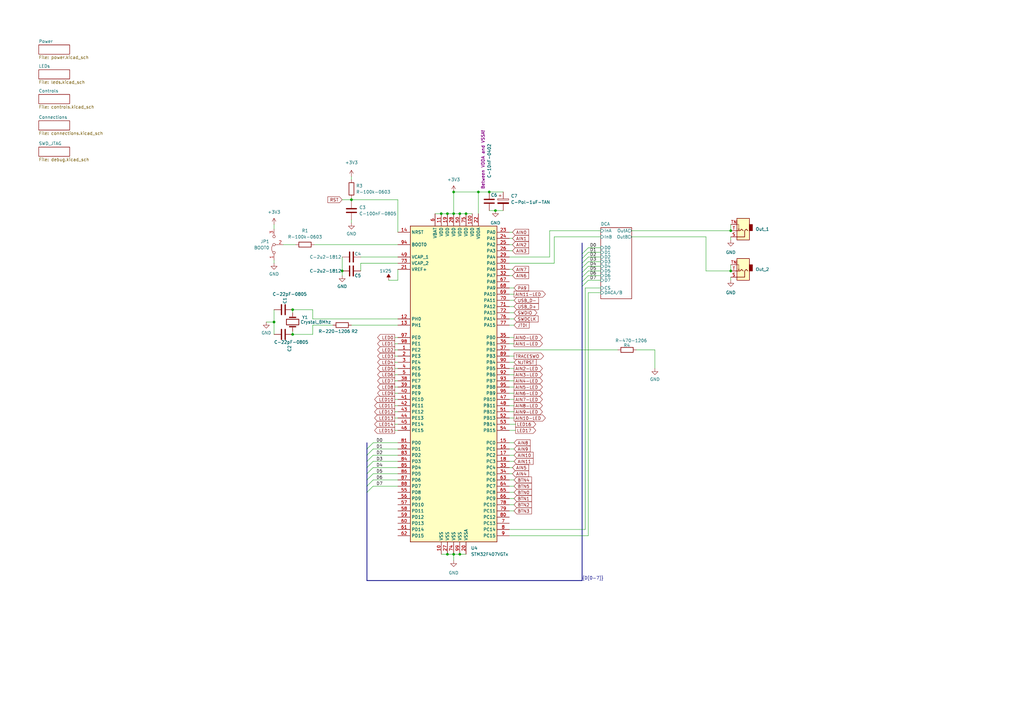
<source format=kicad_sch>
(kicad_sch (version 20211123) (generator eeschema)
  (paper "A3")
  (lib_symbols
    (symbol "Jumper:Jumper_3_Bridged12" (pin_names (offset 0) hide)
      (property "Reference" "JP" (at -2.54 -2.54 0))
      (property "Value" "Jumper_3_Bridged12" (at 0 2.794 0))
      (symbol "Jumper_3_Bridged12_0_0"
        (circle (center -3.302 0) (radius 0.508))
        (circle (center 0 0) (radius 0.508))
        (circle (center 3.302 0) (radius 0.508))
      )
      (symbol "Jumper_3_Bridged12_0_1"
        (arc (start -0.254 0.508) (mid -1.651 0.9912) (end -3.048 0.508))
        (polyline (pts (xy 0 -1.27) (xy 0 -0.508)))
      )
      (symbol "Jumper_3_Bridged12_1_1"
        (pin passive line (at -6.35 0 0) (length 2.54) (name "A") (number "1"))
        (pin passive line (at 0 -3.81 90) (length 2.54) (name "C") (number "2"))
        (pin passive line (at 6.35 0 180) (length 2.54) (name "B") (number "3"))
      )
    )
    (symbol "MCU_ST_STM32F4:STM32F407VGTx"
      (property "Reference" "U" (at -17.78 64.77 0))
      (property "Value" "STM32F407VGTx" (at 12.7 64.77 0))
      (symbol "STM32F407VGTx_0_1"
        (rectangle (start -17.78 -66.04) (end 17.78 63.5) (stroke (width 0.254)) (fill (type background)))
      )
      (symbol "STM32F407VGTx_1_1"
        (pin bidirectional line (at -22.86 12.7 0) (length 5.08) (name "PE2") (number "1"))
        (pin power_in line (at -5.08 -71.12 90) (length 5.08) (name "VSS") (number "10"))
        (pin power_in line (at 7.62 68.58 270) (length 5.08) (name "VDD") (number "100"))
        (pin power_in line (at -5.08 68.58 270) (length 5.08) (name "VDD") (number "11"))
        (pin input line (at -22.86 25.4 0) (length 5.08) (name "PH0") (number "12"))
        (pin input line (at -22.86 22.86 0) (length 5.08) (name "PH1") (number "13"))
        (pin input line (at -22.86 60.96 0) (length 5.08) (name "NRST") (number "14"))
        (pin bidirectional line (at 22.86 -25.4 180) (length 5.08) (name "PC0") (number "15"))
        (pin bidirectional line (at 22.86 -27.94 180) (length 5.08) (name "PC1") (number "16"))
        (pin bidirectional line (at 22.86 -30.48 180) (length 5.08) (name "PC2") (number "17"))
        (pin bidirectional line (at 22.86 -33.02 180) (length 5.08) (name "PC3") (number "18"))
        (pin power_in line (at -2.54 68.58 270) (length 5.08) (name "VDD") (number "19"))
        (pin bidirectional line (at -22.86 10.16 0) (length 5.08) (name "PE3") (number "2"))
        (pin power_in line (at 5.08 -71.12 90) (length 5.08) (name "VSSA") (number "20"))
        (pin power_in line (at -22.86 45.72 0) (length 5.08) (name "VREF+") (number "21"))
        (pin power_in line (at 10.16 68.58 270) (length 5.08) (name "VDDA") (number "22"))
        (pin bidirectional line (at 22.86 60.96 180) (length 5.08) (name "PA0") (number "23"))
        (pin bidirectional line (at 22.86 58.42 180) (length 5.08) (name "PA1") (number "24"))
        (pin bidirectional line (at 22.86 55.88 180) (length 5.08) (name "PA2") (number "25"))
        (pin bidirectional line (at 22.86 53.34 180) (length 5.08) (name "PA3") (number "26"))
        (pin power_in line (at -2.54 -71.12 90) (length 5.08) (name "VSS") (number "27"))
        (pin power_in line (at 0 68.58 270) (length 5.08) (name "VDD") (number "28"))
        (pin bidirectional line (at 22.86 50.8 180) (length 5.08) (name "PA4") (number "29"))
        (pin bidirectional line (at -22.86 7.62 0) (length 5.08) (name "PE4") (number "3"))
        (pin bidirectional line (at 22.86 48.26 180) (length 5.08) (name "PA5") (number "30"))
        (pin bidirectional line (at 22.86 45.72 180) (length 5.08) (name "PA6") (number "31"))
        (pin bidirectional line (at 22.86 43.18 180) (length 5.08) (name "PA7") (number "32"))
        (pin bidirectional line (at 22.86 -35.56 180) (length 5.08) (name "PC4") (number "33"))
        (pin bidirectional line (at 22.86 -38.1 180) (length 5.08) (name "PC5") (number "34"))
        (pin bidirectional line (at 22.86 17.78 180) (length 5.08) (name "PB0") (number "35"))
        (pin bidirectional line (at 22.86 15.24 180) (length 5.08) (name "PB1") (number "36"))
        (pin bidirectional line (at 22.86 12.7 180) (length 5.08) (name "PB2") (number "37"))
        (pin bidirectional line (at -22.86 0 0) (length 5.08) (name "PE7") (number "38"))
        (pin bidirectional line (at -22.86 -2.54 0) (length 5.08) (name "PE8") (number "39"))
        (pin bidirectional line (at -22.86 5.08 0) (length 5.08) (name "PE5") (number "4"))
        (pin bidirectional line (at -22.86 -5.08 0) (length 5.08) (name "PE9") (number "40"))
        (pin bidirectional line (at -22.86 -7.62 0) (length 5.08) (name "PE10") (number "41"))
        (pin bidirectional line (at -22.86 -10.16 0) (length 5.08) (name "PE11") (number "42"))
        (pin bidirectional line (at -22.86 -12.7 0) (length 5.08) (name "PE12") (number "43"))
        (pin bidirectional line (at -22.86 -15.24 0) (length 5.08) (name "PE13") (number "44"))
        (pin bidirectional line (at -22.86 -17.78 0) (length 5.08) (name "PE14") (number "45"))
        (pin bidirectional line (at -22.86 -20.32 0) (length 5.08) (name "PE15") (number "46"))
        (pin bidirectional line (at 22.86 -7.62 180) (length 5.08) (name "PB10") (number "47"))
        (pin bidirectional line (at 22.86 -10.16 180) (length 5.08) (name "PB11") (number "48"))
        (pin power_in line (at -22.86 50.8 0) (length 5.08) (name "VCAP_1") (number "49"))
        (pin bidirectional line (at -22.86 2.54 0) (length 5.08) (name "PE6") (number "5"))
        (pin power_in line (at 2.54 68.58 270) (length 5.08) (name "VDD") (number "50"))
        (pin bidirectional line (at 22.86 -12.7 180) (length 5.08) (name "PB12") (number "51"))
        (pin bidirectional line (at 22.86 -15.24 180) (length 5.08) (name "PB13") (number "52"))
        (pin bidirectional line (at 22.86 -17.78 180) (length 5.08) (name "PB14") (number "53"))
        (pin bidirectional line (at 22.86 -20.32 180) (length 5.08) (name "PB15") (number "54"))
        (pin bidirectional line (at -22.86 -45.72 0) (length 5.08) (name "PD8") (number "55"))
        (pin bidirectional line (at -22.86 -48.26 0) (length 5.08) (name "PD9") (number "56"))
        (pin bidirectional line (at -22.86 -50.8 0) (length 5.08) (name "PD10") (number "57"))
        (pin bidirectional line (at -22.86 -53.34 0) (length 5.08) (name "PD11") (number "58"))
        (pin bidirectional line (at -22.86 -55.88 0) (length 5.08) (name "PD12") (number "59"))
        (pin power_in line (at -7.62 68.58 270) (length 5.08) (name "VBAT") (number "6"))
        (pin bidirectional line (at -22.86 -58.42 0) (length 5.08) (name "PD13") (number "60"))
        (pin bidirectional line (at -22.86 -60.96 0) (length 5.08) (name "PD14") (number "61"))
        (pin bidirectional line (at -22.86 -63.5 0) (length 5.08) (name "PD15") (number "62"))
        (pin bidirectional line (at 22.86 -40.64 180) (length 5.08) (name "PC6") (number "63"))
        (pin bidirectional line (at 22.86 -43.18 180) (length 5.08) (name "PC7") (number "64"))
        (pin bidirectional line (at 22.86 -45.72 180) (length 5.08) (name "PC8") (number "65"))
        (pin bidirectional line (at 22.86 -48.26 180) (length 5.08) (name "PC9") (number "66"))
        (pin bidirectional line (at 22.86 40.64 180) (length 5.08) (name "PA8") (number "67"))
        (pin bidirectional line (at 22.86 38.1 180) (length 5.08) (name "PA9") (number "68"))
        (pin bidirectional line (at 22.86 35.56 180) (length 5.08) (name "PA10") (number "69"))
        (pin bidirectional line (at 22.86 -58.42 180) (length 5.08) (name "PC13") (number "7"))
        (pin bidirectional line (at 22.86 33.02 180) (length 5.08) (name "PA11") (number "70"))
        (pin bidirectional line (at 22.86 30.48 180) (length 5.08) (name "PA12") (number "71"))
        (pin bidirectional line (at 22.86 27.94 180) (length 5.08) (name "PA13") (number "72"))
        (pin power_in line (at -22.86 48.26 0) (length 5.08) (name "VCAP_2") (number "73"))
        (pin power_in line (at 0 -71.12 90) (length 5.08) (name "VSS") (number "74"))
        (pin power_in line (at 5.08 68.58 270) (length 5.08) (name "VDD") (number "75"))
        (pin bidirectional line (at 22.86 25.4 180) (length 5.08) (name "PA14") (number "76"))
        (pin bidirectional line (at 22.86 22.86 180) (length 5.08) (name "PA15") (number "77"))
        (pin bidirectional line (at 22.86 -50.8 180) (length 5.08) (name "PC10") (number "78"))
        (pin bidirectional line (at 22.86 -53.34 180) (length 5.08) (name "PC11") (number "79"))
        (pin bidirectional line (at 22.86 -60.96 180) (length 5.08) (name "PC14") (number "8"))
        (pin bidirectional line (at 22.86 -55.88 180) (length 5.08) (name "PC12") (number "80"))
        (pin bidirectional line (at -22.86 -25.4 0) (length 5.08) (name "PD0") (number "81"))
        (pin bidirectional line (at -22.86 -27.94 0) (length 5.08) (name "PD1") (number "82"))
        (pin bidirectional line (at -22.86 -30.48 0) (length 5.08) (name "PD2") (number "83"))
        (pin bidirectional line (at -22.86 -33.02 0) (length 5.08) (name "PD3") (number "84"))
        (pin bidirectional line (at -22.86 -35.56 0) (length 5.08) (name "PD4") (number "85"))
        (pin bidirectional line (at -22.86 -38.1 0) (length 5.08) (name "PD5") (number "86"))
        (pin bidirectional line (at -22.86 -40.64 0) (length 5.08) (name "PD6") (number "87"))
        (pin bidirectional line (at -22.86 -43.18 0) (length 5.08) (name "PD7") (number "88"))
        (pin bidirectional line (at 22.86 10.16 180) (length 5.08) (name "PB3") (number "89"))
        (pin bidirectional line (at 22.86 -63.5 180) (length 5.08) (name "PC15") (number "9"))
        (pin bidirectional line (at 22.86 7.62 180) (length 5.08) (name "PB4") (number "90"))
        (pin bidirectional line (at 22.86 5.08 180) (length 5.08) (name "PB5") (number "91"))
        (pin bidirectional line (at 22.86 2.54 180) (length 5.08) (name "PB6") (number "92"))
        (pin bidirectional line (at 22.86 0 180) (length 5.08) (name "PB7") (number "93"))
        (pin input line (at -22.86 55.88 0) (length 5.08) (name "BOOT0") (number "94"))
        (pin bidirectional line (at 22.86 -2.54 180) (length 5.08) (name "PB8") (number "95"))
        (pin bidirectional line (at 22.86 -5.08 180) (length 5.08) (name "PB9") (number "96"))
        (pin bidirectional line (at -22.86 17.78 0) (length 5.08) (name "PE0") (number "97"))
        (pin bidirectional line (at -22.86 15.24 0) (length 5.08) (name "PE1") (number "98"))
        (pin power_in line (at 2.54 -71.12 90) (length 5.08) (name "VSS") (number "99"))
      )
    )
    (symbol "eurorack:+2V048" (power) (pin_names (offset 0))
      (property "Value" "+2V048" (at 0 3.81 0))
      (symbol "+2V048_0_0"
        (pin power_in line (at 0 0 90) (length 0) hide (name "1V25") (number "1"))
      )
      (symbol "+2V048_0_1"
        (polyline (pts (xy 0 0) (xy 0 1.27) (xy 0.762 1.27) (xy 0 2.54) (xy -0.762 1.27) (xy 0 1.27)) (fill (type outline)))
      )
    )
    (symbol "eurorack:C-100nF-0805" (pin_numbers hide) (pin_names (offset 0.254))
      (property "Reference" "C" (at 0.635 2.54 0))
      (property "Value" "C-100nF-0805" (at 0.635 -2.54 0))
      (symbol "C-100nF-0805_0_1"
        (polyline (pts (xy -2.032 -0.762) (xy 2.032 -0.762)) (stroke (width 0.508)))
        (polyline (pts (xy -2.032 0.762) (xy 2.032 0.762)) (stroke (width 0.508)))
      )
      (symbol "C-100nF-0805_1_1"
        (pin passive line (at 0 3.81 270) (length 2.794) (name "~") (number "1"))
        (pin passive line (at 0 -3.81 90) (length 2.794) (name "~") (number "2"))
      )
    )
    (symbol "eurorack:C-10nF-0402" (pin_numbers hide) (pin_names (offset 0.254))
      (property "Reference" "C" (at 0.635 2.54 0))
      (property "Value" "C-10nF-0402" (at 0.635 -2.54 0))
      (symbol "C-10nF-0402_0_1"
        (polyline (pts (xy -2.032 -0.762) (xy 2.032 -0.762)) (stroke (width 0.508)))
        (polyline (pts (xy -2.032 0.762) (xy 2.032 0.762)) (stroke (width 0.508)))
      )
      (symbol "C-10nF-0402_1_1"
        (pin passive line (at 0 3.81 270) (length 2.794) (name "~") (number "1"))
        (pin passive line (at 0 -3.81 90) (length 2.794) (name "~") (number "2"))
      )
    )
    (symbol "eurorack:C-22pF-0805" (pin_numbers hide) (pin_names (offset 0.254))
      (property "Reference" "C" (at 0.635 2.54 0))
      (property "Value" "C-22pF-0805" (at 0.635 -2.54 0))
      (symbol "C-22pF-0805_0_1"
        (polyline (pts (xy -2.032 -0.762) (xy 2.032 -0.762)) (stroke (width 0.508)))
        (polyline (pts (xy -2.032 0.762) (xy 2.032 0.762)) (stroke (width 0.508)))
      )
      (symbol "C-22pF-0805_1_1"
        (pin passive line (at 0 3.81 270) (length 2.794) (name "~") (number "1"))
        (pin passive line (at 0 -3.81 90) (length 2.794) (name "~") (number "2"))
      )
    )
    (symbol "eurorack:C-2u2-0603" (pin_numbers hide) (pin_names (offset 0.254))
      (property "Reference" "C" (at 0.635 2.54 0))
      (property "Value" "C-2u2-0603" (at 0.635 -2.54 0))
      (symbol "C-2u2-0603_0_1"
        (polyline (pts (xy -2.032 -0.762) (xy 2.032 -0.762)) (stroke (width 0.508)))
        (polyline (pts (xy -2.032 0.762) (xy 2.032 0.762)) (stroke (width 0.508)))
      )
      (symbol "C-2u2-0603_1_1"
        (pin passive line (at 0 3.81 270) (length 2.794) (name "~") (number "1"))
        (pin passive line (at 0 -3.81 90) (length 2.794) (name "~") (number "2"))
      )
    )
    (symbol "eurorack:C-Pol-1uF-TAN" (pin_numbers hide) (pin_names (offset 0.254))
      (property "Reference" "C" (at 0.635 2.54 0))
      (property "Value" "C-Pol-1uF-TAN" (at 0.635 -2.54 0))
      (symbol "C-Pol-1uF-TAN_0_1"
        (rectangle (start -2.286 0.508) (end 2.286 1.016))
        (polyline (pts (xy -1.778 2.286) (xy -0.762 2.286)))
        (polyline (pts (xy -1.27 2.794) (xy -1.27 1.778)))
        (rectangle (start 2.286 -0.508) (end -2.286 -1.016) (fill (type outline)))
      )
      (symbol "C-Pol-1uF-TAN_1_1"
        (pin passive line (at 0 3.81 270) (length 2.794) (name "~") (number "1"))
        (pin passive line (at 0 -3.81 90) (length 2.794) (name "~") (number "2"))
      )
    )
    (symbol "eurorack:Crystal_8Mhz" (pin_numbers hide) (pin_names (offset 1.016) hide)
      (property "Reference" "Y" (at 0 3.81 0))
      (property "Value" "Crystal_8Mhz" (at 0 -3.81 0))
      (property "Footprint" "eurorack:HC49-4HSMX" (at 0 0 0))
      (symbol "Crystal_8Mhz_0_1"
        (rectangle (start -1.143 2.54) (end 1.143 -2.54) (stroke (width 0.3048)))
        (polyline (pts (xy -2.54 0) (xy -1.905 0)))
        (polyline (pts (xy -1.905 -1.27) (xy -1.905 1.27)) (stroke (width 0.508)))
        (polyline (pts (xy 1.905 -1.27) (xy 1.905 1.27)) (stroke (width 0.508)))
        (polyline (pts (xy 2.54 0) (xy 1.905 0)))
      )
      (symbol "Crystal_8Mhz_1_1"
        (pin passive line (at -3.81 0 0) (length 1.27) (name "1") (number "1"))
        (pin passive line (at 3.81 0 180) (length 1.27) (name "2") (number "2"))
      )
    )
    (symbol "eurorack:LUM-1502-03_3.5mm_mono_vertical_jack"
      (property "Reference" "U" (at 0 5.08 0))
      (property "Value" "LUM-1502-03_3.5mm_mono_vertical_jack" (at 0 5.08 0))
      (symbol "LUM-1502-03_3.5mm_mono_vertical_jack_0_1"
        (rectangle (start -2.54 -1.27) (end -3.81 -3.81) (stroke (width 0.254)) (fill (type outline)))
        (polyline (pts (xy 1.778 -1.524) (xy 2.032 -2.032)))
        (polyline (pts (xy 0 -1.27) (xy 0.635 -1.905) (xy 1.27 -1.27) (xy 2.54 -1.27)) (stroke (width 0.254)))
        (polyline (pts (xy 2.54 -3.81) (xy 1.778 -3.81) (xy 1.778 -1.524) (xy 1.524 -2.032)))
        (polyline (pts (xy 2.54 1.27) (xy -0.635 1.27) (xy -0.635 -1.27) (xy -1.27 -1.905) (xy -1.905 -1.27)) (stroke (width 0.254)))
        (rectangle (start 2.54 2.54) (end -2.54 -6.35) (stroke (width 0.254)) (fill (type background)))
      )
      (symbol "LUM-1502-03_3.5mm_mono_vertical_jack_1_1"
        (pin passive line (at 5.08 1.27 180) (length 2.54) (name "~") (number "S"))
        (pin passive line (at 5.08 -1.27 180) (length 2.54) (name "~") (number "T"))
        (pin passive line (at 5.08 -3.81 180) (length 2.54) (name "~") (number "TN"))
      )
    )
    (symbol "eurorack:R-100k-0603" (pin_numbers hide) (pin_names (offset 0))
      (property "Reference" "R" (at 2.032 0 90))
      (property "Value" "R-100k-0603" (at -2.54 0 90))
      (symbol "R-100k-0603_0_1"
        (rectangle (start -1.016 -2.54) (end 1.016 2.54) (stroke (width 0.254)))
      )
      (symbol "R-100k-0603_1_1"
        (pin passive line (at 0 3.81 270) (length 1.27) (name "~") (number "1"))
        (pin passive line (at 0 -3.81 90) (length 1.27) (name "~") (number "2"))
      )
    )
    (symbol "eurorack:R-220-1206" (pin_numbers hide) (pin_names (offset 0))
      (property "Reference" "R" (at 2.032 0 90))
      (property "Value" "R-220-1206" (at -2.54 0 90))
      (property "P" "1/4W" (at 0 0 0))
      (symbol "R-220-1206_0_1"
        (rectangle (start -1.016 -2.54) (end 1.016 2.54) (stroke (width 0.254)))
      )
      (symbol "R-220-1206_1_1"
        (pin passive line (at 0 3.81 270) (length 1.27) (name "~") (number "1"))
        (pin passive line (at 0 -3.81 90) (length 1.27) (name "~") (number "2"))
      )
    )
    (symbol "eurorack:R-470-1206" (pin_numbers hide) (pin_names (offset 0))
      (property "Reference" "R" (at 2.032 0 90))
      (property "Value" "R-470-1206" (at -2.54 0 90))
      (symbol "R-470-1206_0_1"
        (rectangle (start -1.016 -2.54) (end 1.016 2.54) (stroke (width 0.254)))
      )
      (symbol "R-470-1206_1_1"
        (pin passive line (at 0 3.81 270) (length 1.27) (name "~") (number "1"))
        (pin passive line (at 0 -3.81 90) (length 1.27) (name "~") (number "2"))
      )
    )
    (symbol "power:+3V3" (power) (pin_names (offset 0))
      (property "Value" "+3V3" (at 0 3.556 0))
      (symbol "+3V3_0_1"
        (polyline (pts (xy -0.762 1.27) (xy 0 2.54)))
        (polyline (pts (xy 0 0) (xy 0 2.54)))
        (polyline (pts (xy 0 2.54) (xy 0.762 1.27)))
      )
      (symbol "+3V3_1_1"
        (pin power_in line (at 0 0 90) (length 0) hide (name "+3V3") (number "1"))
      )
    )
    (symbol "power:GND" (power) (pin_names (offset 0))
      (property "Value" "GND" (at 0 -3.81 0))
      (symbol "GND_0_1"
        (polyline (pts (xy 0 0) (xy 0 -1.27) (xy 1.27 -1.27) (xy 0 -2.54) (xy -1.27 -1.27) (xy 0 -1.27)))
      )
      (symbol "GND_1_1"
        (pin power_in line (at 0 0 270) (length 0) hide (name "GND") (number "1"))
      )
    )
  )
  (junction (at 186.055 87.63))
  (junction (at 120.015 137.16))
  (junction (at 120.015 127))
  (junction (at 186.055 78.74))
  (junction (at 203.2 86.36))
  (junction (at 140.335 111.125))
  (junction (at 299.72 111.125))
  (junction (at 299.72 94.615))
  (junction (at 196.215 78.74))
  (junction (at 112.395 132.08))
  (junction (at 183.515 87.63))
  (junction (at 180.975 87.63))
  (junction (at 186.055 227.33))
  (junction (at 144.145 81.915))
  (junction (at 188.595 227.33))
  (junction (at 200.66 78.74))
  (junction (at 183.515 227.33))
  (junction (at 188.595 87.63))
  (junction (at 191.135 87.63))
  (bus_entry (at 150.495 201.93) (size 2.54 -2.54))
  (bus_entry (at 150.495 184.15) (size 2.54 -2.54))
  (bus_entry (at 150.495 186.69) (size 2.54 -2.54))
  (bus_entry (at 150.495 189.23) (size 2.54 -2.54))
  (bus_entry (at 150.495 191.77) (size 2.54 -2.54))
  (bus_entry (at 150.495 194.31) (size 2.54 -2.54))
  (bus_entry (at 150.495 196.85) (size 2.54 -2.54))
  (bus_entry (at 150.495 199.39) (size 2.54 -2.54))
  (bus_entry (at 238.76 104.14) (size 2.54 -2.54))
  (bus_entry (at 238.76 109.855) (size 2.54 -2.54))
  (bus_entry (at 238.76 111.76) (size 2.54 -2.54))
  (bus_entry (at 238.76 113.665) (size 2.54 -2.54))
  (bus_entry (at 238.76 115.57) (size 2.54 -2.54))
  (bus_entry (at 238.76 117.475) (size 2.54 -2.54))
  (bus_entry (at 238.76 106.045) (size 2.54 -2.54))
  (bus_entry (at 238.76 107.95) (size 2.54 -2.54))
  (wire (pts (xy 112.395 92.075) (xy 112.395 93.98)))
  (wire (pts (xy 241.3 107.315) (xy 246.38 107.315)))
  (wire (pts (xy 180.975 87.63) (xy 183.515 87.63)))
  (wire (pts (xy 241.3 219.71) (xy 208.915 219.71)))
  (wire (pts (xy 128.905 100.33) (xy 163.195 100.33)))
  (wire (pts (xy 241.3 120.015) (xy 241.3 219.71)))
  (wire (pts (xy 161.925 158.75) (xy 163.195 158.75)))
  (wire (pts (xy 161.925 173.99) (xy 163.195 173.99)))
  (wire (pts (xy 241.3 111.125) (xy 246.38 111.125)))
  (wire (pts (xy 208.915 133.35) (xy 210.82 133.35)))
  (wire (pts (xy 208.915 189.23) (xy 210.82 189.23)))
  (wire (pts (xy 241.3 103.505) (xy 246.38 103.505)))
  (wire (pts (xy 240.03 118.11) (xy 246.38 118.11)))
  (bus (pts (xy 150.495 189.23) (xy 150.495 191.77)))
  (wire (pts (xy 144.145 81.28) (xy 144.145 81.915)))
  (wire (pts (xy 246.38 120.015) (xy 241.3 120.015)))
  (bus (pts (xy 238.76 107.95) (xy 238.76 109.855)))
  (wire (pts (xy 191.135 87.63) (xy 193.675 87.63)))
  (wire (pts (xy 241.3 113.03) (xy 246.38 113.03)))
  (wire (pts (xy 203.2 86.36) (xy 206.375 86.36)))
  (wire (pts (xy 140.335 105.41) (xy 140.335 111.125)))
  (wire (pts (xy 208.915 194.31) (xy 210.185 194.31)))
  (wire (pts (xy 161.925 176.53) (xy 163.195 176.53)))
  (wire (pts (xy 208.915 138.43) (xy 210.82 138.43)))
  (wire (pts (xy 161.925 153.67) (xy 163.195 153.67)))
  (wire (pts (xy 208.915 120.65) (xy 210.82 120.65)))
  (wire (pts (xy 153.035 181.61) (xy 163.195 181.61)))
  (wire (pts (xy 161.925 151.13) (xy 163.195 151.13)))
  (wire (pts (xy 161.925 138.43) (xy 163.195 138.43)))
  (wire (pts (xy 208.915 130.81) (xy 210.82 130.81)))
  (bus (pts (xy 238.76 117.475) (xy 238.76 238.125)))
  (wire (pts (xy 120.015 137.16) (xy 128.27 137.16)))
  (wire (pts (xy 161.925 166.37) (xy 163.195 166.37)))
  (wire (pts (xy 208.915 146.05) (xy 210.82 146.05)))
  (wire (pts (xy 208.915 196.85) (xy 210.82 196.85)))
  (wire (pts (xy 196.215 78.74) (xy 196.215 87.63)))
  (wire (pts (xy 153.035 186.69) (xy 163.195 186.69)))
  (wire (pts (xy 196.215 78.74) (xy 200.66 78.74)))
  (wire (pts (xy 153.035 196.85) (xy 163.195 196.85)))
  (wire (pts (xy 161.925 148.59) (xy 163.195 148.59)))
  (wire (pts (xy 144.145 133.35) (xy 163.195 133.35)))
  (wire (pts (xy 208.915 217.17) (xy 240.03 217.17)))
  (wire (pts (xy 240.03 217.17) (xy 240.03 118.11)))
  (wire (pts (xy 268.605 143.51) (xy 268.605 151.13)))
  (wire (pts (xy 208.915 151.13) (xy 210.82 151.13)))
  (wire (pts (xy 208.915 161.29) (xy 210.82 161.29)))
  (wire (pts (xy 183.515 227.33) (xy 186.055 227.33)))
  (wire (pts (xy 153.035 191.77) (xy 163.195 191.77)))
  (wire (pts (xy 153.035 199.39) (xy 163.195 199.39)))
  (bus (pts (xy 238.76 99.695) (xy 238.76 104.14)))
  (wire (pts (xy 186.055 227.33) (xy 186.055 229.87)))
  (wire (pts (xy 299.72 108.585) (xy 299.72 111.125)))
  (wire (pts (xy 180.975 227.33) (xy 183.515 227.33)))
  (wire (pts (xy 289.56 97.155) (xy 289.56 111.125)))
  (wire (pts (xy 208.915 158.75) (xy 210.82 158.75)))
  (wire (pts (xy 147.955 111.125) (xy 147.955 107.95)))
  (wire (pts (xy 161.925 163.83) (xy 163.195 163.83)))
  (wire (pts (xy 208.915 140.97) (xy 210.82 140.97)))
  (wire (pts (xy 208.915 181.61) (xy 210.82 181.61)))
  (wire (pts (xy 208.915 113.03) (xy 210.185 113.03)))
  (wire (pts (xy 161.925 140.97) (xy 163.195 140.97)))
  (wire (pts (xy 116.205 100.33) (xy 121.285 100.33)))
  (wire (pts (xy 153.035 194.31) (xy 163.195 194.31)))
  (wire (pts (xy 208.915 148.59) (xy 210.82 148.59)))
  (wire (pts (xy 120.015 127) (xy 120.015 128.27)))
  (wire (pts (xy 208.915 125.73) (xy 210.82 125.73)))
  (wire (pts (xy 163.195 81.915) (xy 163.195 95.25)))
  (wire (pts (xy 140.335 81.915) (xy 144.145 81.915)))
  (wire (pts (xy 112.395 132.08) (xy 112.395 137.16)))
  (wire (pts (xy 200.66 78.74) (xy 206.375 78.74)))
  (wire (pts (xy 208.915 95.25) (xy 210.185 95.25)))
  (wire (pts (xy 188.595 227.33) (xy 191.135 227.33)))
  (bus (pts (xy 238.76 106.045) (xy 238.76 107.95)))
  (wire (pts (xy 241.3 101.6) (xy 246.38 101.6)))
  (wire (pts (xy 186.055 78.74) (xy 186.055 87.63)))
  (bus (pts (xy 238.76 104.14) (xy 238.76 106.045)))
  (bus (pts (xy 150.495 186.69) (xy 150.495 189.23)))
  (wire (pts (xy 153.035 189.23) (xy 163.195 189.23)))
  (wire (pts (xy 208.915 118.11) (xy 210.82 118.11)))
  (wire (pts (xy 227.33 97.155) (xy 246.38 97.155)))
  (wire (pts (xy 144.145 81.915) (xy 163.195 81.915)))
  (wire (pts (xy 208.915 204.47) (xy 210.82 204.47)))
  (wire (pts (xy 112.395 106.68) (xy 112.395 107.95)))
  (wire (pts (xy 208.915 143.51) (xy 253.365 143.51)))
  (wire (pts (xy 208.915 184.15) (xy 210.82 184.15)))
  (bus (pts (xy 238.76 109.855) (xy 238.76 111.76)))
  (wire (pts (xy 208.915 176.53) (xy 211.455 176.53)))
  (wire (pts (xy 208.915 153.67) (xy 210.82 153.67)))
  (bus (pts (xy 238.76 115.57) (xy 238.76 117.475)))
  (wire (pts (xy 144.145 72.39) (xy 144.145 73.66)))
  (wire (pts (xy 299.72 97.155) (xy 299.72 98.425)))
  (wire (pts (xy 161.925 156.21) (xy 163.195 156.21)))
  (wire (pts (xy 225.425 94.615) (xy 246.38 94.615)))
  (bus (pts (xy 150.495 238.125) (xy 238.76 238.125)))
  (wire (pts (xy 208.915 209.55) (xy 210.82 209.55)))
  (wire (pts (xy 260.985 143.51) (xy 268.605 143.51)))
  (wire (pts (xy 161.925 146.05) (xy 163.195 146.05)))
  (wire (pts (xy 147.955 107.95) (xy 163.195 107.95)))
  (bus (pts (xy 150.495 194.31) (xy 150.495 196.85)))
  (wire (pts (xy 299.72 113.665) (xy 299.72 114.935)))
  (wire (pts (xy 208.915 110.49) (xy 210.185 110.49)))
  (wire (pts (xy 147.955 105.41) (xy 163.195 105.41)))
  (wire (pts (xy 128.27 130.81) (xy 128.27 127)))
  (wire (pts (xy 227.33 107.95) (xy 227.33 97.155)))
  (wire (pts (xy 208.915 128.27) (xy 210.82 128.27)))
  (wire (pts (xy 208.915 105.41) (xy 225.425 105.41)))
  (wire (pts (xy 259.08 94.615) (xy 299.72 94.615)))
  (wire (pts (xy 163.195 114.935) (xy 163.195 110.49)))
  (wire (pts (xy 112.395 127) (xy 112.395 132.08)))
  (bus (pts (xy 150.495 191.77) (xy 150.495 194.31)))
  (wire (pts (xy 208.915 100.33) (xy 210.185 100.33)))
  (wire (pts (xy 208.915 97.79) (xy 210.185 97.79)))
  (wire (pts (xy 128.27 133.35) (xy 136.525 133.35)))
  (wire (pts (xy 208.915 168.91) (xy 210.82 168.91)))
  (wire (pts (xy 208.915 173.99) (xy 211.455 173.99)))
  (wire (pts (xy 186.055 227.33) (xy 188.595 227.33)))
  (wire (pts (xy 161.925 143.51) (xy 163.195 143.51)))
  (bus (pts (xy 150.495 201.93) (xy 150.495 238.125)))
  (wire (pts (xy 208.915 171.45) (xy 210.82 171.45)))
  (wire (pts (xy 109.22 132.08) (xy 112.395 132.08)))
  (wire (pts (xy 241.3 114.935) (xy 246.38 114.935)))
  (wire (pts (xy 144.145 81.915) (xy 144.145 82.55)))
  (wire (pts (xy 225.425 105.41) (xy 225.425 94.615)))
  (wire (pts (xy 153.035 184.15) (xy 163.195 184.15)))
  (wire (pts (xy 178.435 87.63) (xy 180.975 87.63)))
  (bus (pts (xy 238.76 111.76) (xy 238.76 113.665)))
  (bus (pts (xy 150.495 199.39) (xy 150.495 201.93)))
  (wire (pts (xy 259.08 97.155) (xy 289.56 97.155)))
  (wire (pts (xy 208.915 201.93) (xy 210.82 201.93)))
  (wire (pts (xy 140.335 113.03) (xy 140.335 111.125)))
  (wire (pts (xy 186.055 87.63) (xy 188.595 87.63)))
  (wire (pts (xy 161.925 161.29) (xy 163.195 161.29)))
  (wire (pts (xy 128.27 130.81) (xy 163.195 130.81)))
  (wire (pts (xy 208.915 163.83) (xy 210.82 163.83)))
  (bus (pts (xy 238.76 113.665) (xy 238.76 115.57)))
  (bus (pts (xy 150.495 184.15) (xy 150.495 186.69)))
  (wire (pts (xy 208.915 166.37) (xy 210.82 166.37)))
  (wire (pts (xy 186.055 78.74) (xy 196.215 78.74)))
  (wire (pts (xy 241.3 109.22) (xy 246.38 109.22)))
  (wire (pts (xy 120.015 135.89) (xy 120.015 137.16)))
  (wire (pts (xy 208.915 156.21) (xy 210.82 156.21)))
  (wire (pts (xy 200.66 86.36) (xy 203.2 86.36)))
  (wire (pts (xy 208.915 102.87) (xy 210.185 102.87)))
  (wire (pts (xy 144.145 90.17) (xy 144.145 91.44)))
  (wire (pts (xy 299.72 111.125) (xy 289.56 111.125)))
  (wire (pts (xy 208.915 191.77) (xy 210.185 191.77)))
  (wire (pts (xy 208.915 186.69) (xy 210.82 186.69)))
  (wire (pts (xy 208.915 207.01) (xy 210.82 207.01)))
  (wire (pts (xy 188.595 87.63) (xy 191.135 87.63)))
  (wire (pts (xy 120.015 127) (xy 128.27 127)))
  (wire (pts (xy 159.385 114.935) (xy 163.195 114.935)))
  (wire (pts (xy 161.925 171.45) (xy 163.195 171.45)))
  (wire (pts (xy 161.925 168.91) (xy 163.195 168.91)))
  (wire (pts (xy 299.72 92.075) (xy 299.72 94.615)))
  (bus (pts (xy 150.495 196.85) (xy 150.495 199.39)))
  (bus (pts (xy 150.495 181.61) (xy 150.495 184.15)))
  (wire (pts (xy 241.3 105.41) (xy 246.38 105.41)))
  (wire (pts (xy 208.915 199.39) (xy 210.82 199.39)))
  (wire (pts (xy 183.515 87.63) (xy 186.055 87.63)))
  (wire (pts (xy 128.27 133.35) (xy 128.27 137.16)))
  (wire (pts (xy 208.915 123.19) (xy 210.82 123.19)))
  (wire (pts (xy 208.915 107.95) (xy 227.33 107.95)))
  (label "D0" (at 241.935 101.6 0))
  (label "D1" (at 241.935 103.505 0))
  (label "D5" (at 154.305 194.31 0))
  (label "D4" (at 241.935 109.22 0))
  (label "D3" (at 154.305 189.23 0))
  (label "D4" (at 154.305 191.77 0))
  (label "D7" (at 154.305 199.39 0))
  (label "D1" (at 154.305 184.15 0))
  (label "{D[0-7]}" (at 238.76 238.125 0))
  (label "D2" (at 241.935 105.41 0))
  (label "D3" (at 241.935 107.315 0))
  (label "D6" (at 241.935 113.03 0))
  (label "D7" (at 241.935 114.935 0))
  (label "D5" (at 241.935 111.125 0))
  (label "D2" (at 154.305 186.69 0))
  (label "D0" (at 154.305 181.61 0))
  (label "D6" (at 154.305 196.85 0))
  (global_label "LED16" (shape output) (at 211.455 173.99 0) (property "Intersheet References" "${INTERSHEET_REFS}" (effects hide)))
  (global_label "USB_D+" (shape input) (at 210.82 125.73 0) (property "Intersheet References" "${INTERSHEET_REFS}" (effects hide)))
  (global_label "LED0" (shape output) (at 161.925 138.43 180) (property "Intersheet References" "${INTERSHEET_REFS}" (effects hide)))
  (global_label "LED8" (shape output) (at 161.925 158.75 180) (property "Intersheet References" "${INTERSHEET_REFS}" (effects hide)))
  (global_label "LED3" (shape output) (at 161.925 146.05 180) (property "Intersheet References" "${INTERSHEET_REFS}" (effects hide)))
  (global_label "AIN5-LED" (shape output) (at 210.82 158.75 0) (property "Intersheet References" "${INTERSHEET_REFS}" (effects hide)))
  (global_label "AIN7" (shape input) (at 210.185 110.49 0) (property "Intersheet References" "${INTERSHEET_REFS}" (effects hide)))
  (global_label "LED6" (shape output) (at 161.925 153.67 180) (property "Intersheet References" "${INTERSHEET_REFS}" (effects hide)))
  (global_label "AIN1" (shape input) (at 210.185 97.79 0) (property "Intersheet References" "${INTERSHEET_REFS}" (effects hide)))
  (global_label "NJTRST" (shape input) (at 210.82 148.59 0) (property "Intersheet References" "${INTERSHEET_REFS}" (effects hide)))
  (global_label "AIN6" (shape input) (at 210.185 113.03 0) (property "Intersheet References" "${INTERSHEET_REFS}" (effects hide)))
  (global_label "JTDI" (shape input) (at 210.82 133.35 0) (property "Intersheet References" "${INTERSHEET_REFS}" (effects hide)))
  (global_label "BTN0" (shape input) (at 210.82 201.93 0) (property "Intersheet References" "${INTERSHEET_REFS}" (effects hide)))
  (global_label "BTN1" (shape input) (at 210.82 204.47 0) (property "Intersheet References" "${INTERSHEET_REFS}" (effects hide)))
  (global_label "LED2" (shape output) (at 161.925 143.51 180) (property "Intersheet References" "${INTERSHEET_REFS}" (effects hide)))
  (global_label "AIN8-LED" (shape output) (at 210.82 166.37 0) (property "Intersheet References" "${INTERSHEET_REFS}" (effects hide)))
  (global_label "AIN5" (shape input) (at 210.185 191.77 0) (property "Intersheet References" "${INTERSHEET_REFS}" (effects hide)))
  (global_label "LED7" (shape output) (at 161.925 156.21 180) (property "Intersheet References" "${INTERSHEET_REFS}" (effects hide)))
  (global_label "AIN9" (shape input) (at 210.82 184.15 0) (property "Intersheet References" "${INTERSHEET_REFS}" (effects hide)))
  (global_label "LED10" (shape output) (at 161.925 163.83 180) (property "Intersheet References" "${INTERSHEET_REFS}" (effects hide)))
  (global_label "PA9" (shape input) (at 210.82 118.11 0) (property "Intersheet References" "${INTERSHEET_REFS}" (effects hide)))
  (global_label "BTN4" (shape input) (at 210.82 196.85 0) (property "Intersheet References" "${INTERSHEET_REFS}" (effects hide)))
  (global_label "AIN8" (shape input) (at 210.82 181.61 0) (property "Intersheet References" "${INTERSHEET_REFS}" (effects hide)))
  (global_label "LED13" (shape output) (at 161.925 171.45 180) (property "Intersheet References" "${INTERSHEET_REFS}" (effects hide)))
  (global_label "RST" (shape input) (at 140.335 81.915 180) (property "Intersheet References" "${INTERSHEET_REFS}" (effects hide)))
  (global_label "USB_D-" (shape input) (at 210.82 123.19 0) (property "Intersheet References" "${INTERSHEET_REFS}" (effects hide)))
  (global_label "AIN0-LED" (shape output) (at 210.82 138.43 0) (property "Intersheet References" "${INTERSHEET_REFS}" (effects hide)))
  (global_label "AIN10" (shape input) (at 210.82 186.69 0) (property "Intersheet References" "${INTERSHEET_REFS}" (effects hide)))
  (global_label "LED15" (shape output) (at 161.925 176.53 180) (property "Intersheet References" "${INTERSHEET_REFS}" (effects hide)))
  (global_label "AIN4" (shape input) (at 210.185 194.31 0) (property "Intersheet References" "${INTERSHEET_REFS}" (effects hide)))
  (global_label "AIN1-LED" (shape output) (at 210.82 140.97 0) (property "Intersheet References" "${INTERSHEET_REFS}" (effects hide)))
  (global_label "AIN3-LED" (shape output) (at 210.82 153.67 0) (property "Intersheet References" "${INTERSHEET_REFS}" (effects hide)))
  (global_label "LED14" (shape output) (at 161.925 173.99 180) (property "Intersheet References" "${INTERSHEET_REFS}" (effects hide)))
  (global_label "BTN3" (shape input) (at 210.82 209.55 0) (property "Intersheet References" "${INTERSHEET_REFS}" (effects hide)))
  (global_label "LED9" (shape output) (at 161.925 161.29 180) (property "Intersheet References" "${INTERSHEET_REFS}" (effects hide)))
  (global_label "AIN0" (shape input) (at 210.185 95.25 0) (property "Intersheet References" "${INTERSHEET_REFS}" (effects hide)))
  (global_label "AIN9-LED" (shape output) (at 210.82 168.91 0) (property "Intersheet References" "${INTERSHEET_REFS}" (effects hide)))
  (global_label "TRACESWO" (shape output) (at 210.82 146.05 0) (property "Intersheet References" "${INTERSHEET_REFS}" (effects hide)))
  (global_label "AIN6-LED" (shape output) (at 210.82 161.29 0) (property "Intersheet References" "${INTERSHEET_REFS}" (effects hide)))
  (global_label "AIN7-LED" (shape output) (at 210.82 163.83 0) (property "Intersheet References" "${INTERSHEET_REFS}" (effects hide)))
  (global_label "AIN11-LED" (shape output) (at 210.82 120.65 0) (property "Intersheet References" "${INTERSHEET_REFS}" (effects hide)))
  (global_label "LED1" (shape output) (at 161.925 140.97 180) (property "Intersheet References" "${INTERSHEET_REFS}" (effects hide)))
  (global_label "LED4" (shape output) (at 161.925 148.59 180) (property "Intersheet References" "${INTERSHEET_REFS}" (effects hide)))
  (global_label "LED11" (shape output) (at 161.925 166.37 180) (property "Intersheet References" "${INTERSHEET_REFS}" (effects hide)))
  (global_label "AIN11" (shape input) (at 210.82 189.23 0) (property "Intersheet References" "${INTERSHEET_REFS}" (effects hide)))
  (global_label "AIN2" (shape input) (at 210.185 100.33 0) (property "Intersheet References" "${INTERSHEET_REFS}" (effects hide)))
  (global_label "LED12" (shape output) (at 161.925 168.91 180) (property "Intersheet References" "${INTERSHEET_REFS}" (effects hide)))
  (global_label "AIN3" (shape input) (at 210.185 102.87 0) (property "Intersheet References" "${INTERSHEET_REFS}" (effects hide)))
  (global_label "SWDCLK" (shape input) (at 210.82 130.81 0) (property "Intersheet References" "${INTERSHEET_REFS}" (effects hide)))
  (global_label "AIN4-LED" (shape output) (at 210.82 156.21 0) (property "Intersheet References" "${INTERSHEET_REFS}" (effects hide)))
  (global_label "BTN2" (shape input) (at 210.82 207.01 0) (property "Intersheet References" "${INTERSHEET_REFS}" (effects hide)))
  (global_label "LED17" (shape output) (at 211.455 176.53 0) (property "Intersheet References" "${INTERSHEET_REFS}" (effects hide)))
  (global_label "BTN5" (shape input) (at 210.82 199.39 0) (property "Intersheet References" "${INTERSHEET_REFS}" (effects hide)))
  (global_label "SWDIO" (shape bidirectional) (at 210.82 128.27 0) (property "Intersheet References" "${INTERSHEET_REFS}" (effects hide)))
  (global_label "AIN10-LED" (shape output) (at 210.82 171.45 0) (property "Intersheet References" "${INTERSHEET_REFS}" (effects hide)))
  (global_label "AIN2-LED" (shape output) (at 210.82 151.13 0) (property "Intersheet References" "${INTERSHEET_REFS}" (effects hide)))
  (global_label "LED5" (shape output) (at 161.925 151.13 180) (property "Intersheet References" "${INTERSHEET_REFS}" (effects hide)))
  (symbol (lib_id "eurorack:C-100nF-0805") (at 144.145 86.36 0) (unit 1)
    (property "Reference" "C3" (at 147.32 85.0899 0) (effects (justify left)))
    (property "Value" "C-100nF-0805" (at 147.32 87.6299 0) (effects (justify left)))
    (property "Footprint" "Capacitor_SMD:C_0805_2012Metric_Pad1.18x1.45mm_HandSolder" (effects hide))
    (property "Datasheet" "https://secure.reichelt.com/at/en/smd-multilayer-ceramic-capacitor-100-n-10--x7r-g0805-100n-p31879.html?&nbc=1" (effects hide))
  )
  (symbol (lib_id "eurorack:R-100k-0603") (at 125.095 100.33 90) (unit 1)
    (property "Reference" "R1" (at 125.095 94.615 90))
    (property "Value" "R-100k-0603" (at 125.095 97.155 90))
    (property "Footprint" "Resistor_SMD:R_0603_1608Metric" (effects hide))
    (property "Datasheet" "https://www.reichelt.com/at/en/smd-chip-resistor-0603-100-k-ohm-1--smd-0603-100k-p89454.html?&trstct=pos_2&nbc=1" (effects hide))
    (property "P" "100mW" (effects hide))
    (property "Prec" "1%" (effects hide))
  )
  (symbol (lib_id "power:GND") (at 144.145 91.44 0) (unit 1)
    (property "Reference" "#PWR06" (effects hide))
    (property "Value" "GND" (at 144.145 95.885 0))
  )
  (symbol (lib_id "eurorack:R-100k-0603") (at 144.145 77.47 0) (unit 1)
    (property "Reference" "R3" (at 146.05 76.1999 0) (effects (justify left)))
    (property "Value" "R-100k-0603" (at 146.05 78.7399 0) (effects (justify left)))
    (property "Footprint" "Resistor_SMD:R_0603_1608Metric" (effects hide))
    (property "Datasheet" "https://www.reichelt.com/at/en/smd-chip-resistor-0603-100-k-ohm-1--smd-0603-100k-p89454.html?&trstct=pos_2&nbc=1" (effects hide))
    (property "P" "100mW" (effects hide))
    (property "Prec" "1%" (effects hide))
  )
  (symbol (lib_id "power:GND") (at 112.395 107.95 0) (unit 1)
    (property "Reference" "#PWR03" (effects hide))
    (property "Value" "GND" (at 112.395 112.395 0))
  )
  (symbol (lib_id "eurorack:C-10nF-0402") (at 200.66 82.55 0) (unit 1)
    (property "Reference" "C6" (at 201.295 80.01 0) (effects (justify left)))
    (property "Value" "C-10nF-0402" (at 200.66 73.025 90) (effects (justify left)))
    (property "Footprint" "Capacitor_SMD:C_0402_1005Metric" (effects hide))
    (property "Datasheet" "https://secure.reichelt.com/at/en/smd-capacitor-10-nf-50-vdc-v-10-125-c-mur-grm155r71h10-p246843.html?&trstct=pos_5&nbc=1" (effects hide))
    (property "Note" "Between VDDA and VSSA!" (at 198.12 65.405 90))
  )
  (symbol (lib_id "eurorack:C-2u2-0603") (at 144.145 111.125 270) (unit 1)
    (property "Reference" "C5" (at 145.415 113.03 90) (effects (justify left)))
    (property "Value" "C-2u2-1812" (at 127 111.125 90) (effects (justify left)))
    (property "Footprint" "Capacitor_SMD:C_0603_1608Metric" (effects hide))
    (property "Datasheet" "https://www.reichelt.com/at/en/smd-multilayer-capacitor-g0603-2-2-f-10-v-x7r-g0603-2-2-10-p89723.html?&trstct=pos_5&nbc=1" (effects hide))
  )
  (symbol (lib_id "eurorack:+2V048") (at 159.385 114.935 0) (unit 1)
    (property "Reference" "#PWR07" (effects hide))
    (property "Value" "+2V048" (at 158.115 111.125 0))
  )
  (symbol (lib_id "MCU_ST_STM32F4:STM32F407VGTx") (at 186.055 156.21 0) (unit 1)
    (property "Reference" "U4" (at 193.1544 224.79 0) (effects (justify left)))
    (property "Value" "STM32F407VGTx" (at 193.1544 227.33 0) (effects (justify left)))
    (property "Footprint" "Package_QFP:LQFP-100_14x14mm_P0.5mm" (effects hide))
    (property "Datasheet" "http://www.st.com/st-web-ui/static/active/en/resource/technical/document/datasheet/DM00037051.pdf" (effects hide))
  )
  (symbol (lib_id "power:GND") (at 186.055 229.87 0) (unit 1)
    (property "Reference" "#PWR09" (effects hide))
    (property "Value" "GND" (at 186.055 234.95 0))
  )
  (symbol (lib_id "Jumper:Jumper_3_Bridged12") (at 112.395 100.33 90) (unit 1)
    (property "Reference" "JP1" (at 110.49 99.0599 90) (effects (justify left)))
    (property "Value" "BOOT0" (at 110.49 101.5999 90) (effects (justify left)))
    (property "Footprint" "Connector_PinHeader_2.54mm:PinHeader_1x03_P2.54mm_Vertical" (effects hide))
  )
  (symbol (lib_id "eurorack:C-Pol-1uF-TAN") (at 206.375 82.55 0) (unit 1)
    (property "Reference" "C7" (at 209.55 80.3909 0) (effects (justify left)))
    (property "Value" "C-Pol-1uF-TAN" (at 209.55 82.9309 0) (effects (justify left)))
    (property "Footprint" "Capacitor_Tantalum_SMD:CP_EIA-3216-18_Kemet-A" (effects hide))
    (property "Datasheet" "https://secure.reichelt.com/at/en/smd-tantalum-lowesr-1-f-10-20v-case-a-3-0-ohm-tps-3216-1-0-20-p167044.html?search=1uF+tantal&&r=1" (effects hide))
  )
  (symbol (lib_id "eurorack:Crystal_8Mhz") (at 120.015 132.08 90) (unit 1)
    (property "Reference" "Y1" (at 123.825 130.175 90) (effects (justify right)))
    (property "Value" "Crystal_8Mhz" (at 123.19 132.08 90) (effects (justify right)))
    (property "Footprint" "eurorack:HC49-4HSMX" (effects hide))
    (property "Datasheet" "https://secure.reichelt.com/at/en/smd-quartz-crystal-fundamental-8-000000-mhz-8-0000-hc49-smd-p72510.html?r=1" (effects hide))
  )
  (symbol (lib_id "eurorack:C-2u2-0603") (at 144.145 105.41 270) (unit 1)
    (property "Reference" "C4" (at 145.415 104.14 90) (effects (justify left)))
    (property "Value" "C-2u2-1812" (at 127 105.41 90) (effects (justify left)))
    (property "Footprint" "Capacitor_SMD:C_0603_1608Metric" (effects hide))
    (property "Datasheet" "https://www.reichelt.com/at/en/smd-multilayer-capacitor-g0603-2-2-f-10-v-x7r-g0603-2-2-10-p89723.html?&trstct=pos_5&nbc=1" (effects hide))
  )
  (symbol (lib_id "power:+3V3") (at 144.145 72.39 0) (unit 1)
    (property "Reference" "#PWR05" (effects hide))
    (property "Value" "+3V3" (at 144.145 66.675 0))
  )
  (symbol (lib_id "power:GND") (at 203.2 86.36 0) (unit 1)
    (property "Reference" "#PWR010" (effects hide))
    (property "Value" "GND" (at 203.2 91.44 0))
  )
  (symbol (lib_id "power:GND") (at 140.335 113.03 0) (unit 1)
    (property "Reference" "#PWR04" (effects hide))
    (property "Value" "GND" (at 140.335 117.475 0))
  )
  (symbol (lib_id "power:+3V3") (at 112.395 92.075 0) (unit 1)
    (property "Reference" "#PWR02" (effects hide))
    (property "Value" "+3V3" (at 112.395 86.995 0))
  )
  (symbol (lib_id "power:GND") (at 109.22 132.08 0) (unit 1)
    (property "Reference" "#PWR01" (effects hide))
    (property "Value" "GND" (at 109.22 136.525 0))
  )
  (symbol (lib_id "power:+3V3") (at 186.055 78.74 0) (unit 1)
    (property "Reference" "#PWR08" (effects hide))
    (property "Value" "+3V3" (at 186.055 73.66 0))
  )
  (symbol (lib_id "eurorack:LUM-1502-03_3.5mm_mono_vertical_jack") (at 304.8 95.885 180) (unit 1)
    (property "Reference" "Out_1" (at 309.88 93.9799 0) (effects (justify right)))
    (property "Value" "LUM-1502-03_3.5mm_mono_vertical_jack" (effects hide))
    (property "Footprint" "eurorack:LUM 1502-03" (effects hide))
    (property "Datasheet" "https://cdn-reichelt.de/documents/datenblatt/C160/DS_1502_03.pdf" (effects hide))
  )
  (symbol (lib_id "eurorack:C-22pF-0805") (at 116.205 127 270) (unit 1)
    (property "Reference" "C1" (at 116.84 121.92 0) (effects (justify left)))
    (property "Value" "C-22pF-0805" (at 111.76 120.65 90) (effects (justify left)))
    (property "Footprint" "Capacitor_SMD:C_0805_2012Metric_Pad1.18x1.45mm_HandSolder" (effects hide))
    (property "Datasheet" "https://www.reichelt.com/at/en/smd-multi-layer-ceramic-capacitor-22p-5--npo-g0805-22p-p13517.html?&trstct=pos_0&nbc=1" (effects hide))
    (property "Tolerance" "5%" (effects hide))
    (property "Voltage" "50V" (effects hide))
  )
  (symbol (lib_id "power:GND") (at 299.72 98.425 0) (unit 1)
    (property "Reference" "#PWR013" (effects hide))
    (property "Value" "GND" (at 299.72 103.505 0))
  )
  (symbol (lib_id "power:GND") (at 299.72 114.935 0) (unit 1)
    (property "Reference" "#PWR014" (effects hide))
    (property "Value" "GND" (at 299.72 120.015 0))
  )
  (symbol (lib_id "eurorack:R-220-1206") (at 140.335 133.35 90) (unit 1)
    (property "Reference" "R2" (at 145.415 135.89 90))
    (property "Value" "R-220-1206" (at 137.16 135.89 90))
    (property "Footprint" "Resistor_SMD:R_1206_3216Metric_Pad1.30x1.75mm_HandSolder" (effects hide))
    (property "Datasheet" "https://secure.reichelt.com/at/en/smd-chip-resistor-type-1206-220-ohm-smd-1-4w-220-p18287.html?search=1206+220&&r=1" (effects hide))
    (property "P" "1/4W" (effects hide))
  )
  (symbol (lib_id "eurorack:LUM-1502-03_3.5mm_mono_vertical_jack") (at 304.8 112.395 180) (unit 1)
    (property "Reference" "Out_2" (at 309.88 110.4899 0) (effects (justify right)))
    (property "Value" "LUM-1502-03_3.5mm_mono_vertical_jack" (effects hide))
    (property "Footprint" "eurorack:LUM 1502-03" (effects hide))
    (property "Datasheet" "https://cdn-reichelt.de/documents/datenblatt/C160/DS_1502_03.pdf" (effects hide))
  )
  (symbol (lib_id "eurorack:C-22pF-0805") (at 116.205 137.16 270) (unit 1)
    (property "Reference" "C2" (at 118.745 141.605 0) (effects (justify left)))
    (property "Value" "C-22pF-0805" (at 112.395 140.335 90) (effects (justify left)))
    (property "Footprint" "Capacitor_SMD:C_0805_2012Metric_Pad1.18x1.45mm_HandSolder" (effects hide))
    (property "Datasheet" "https://www.reichelt.com/at/en/smd-multi-layer-ceramic-capacitor-22p-5--npo-g0805-22p-p13517.html?&trstct=pos_0&nbc=1" (effects hide))
    (property "Tolerance" "5%" (effects hide))
    (property "Voltage" "50V" (effects hide))
  )
  (symbol (lib_id "eurorack:R-470-1206") (at 257.175 143.51 90) (unit 1)
    (property "Reference" "R4" (at 258.445 141.605 90) (effects (justify left)))
    (property "Value" "R-470-1206" (at 265.43 139.7 90) (effects (justify left)))
    (property "Footprint" "Resistor_SMD:R_1206_3216Metric_Pad1.30x1.75mm_HandSolder" (effects hide))
    (property "Datasheet" "https://www.reichelt.com/at/en/smd-chip-resistor-type-1206-470-ohm-smd-1-4w-470-p18337.html?search=470+1206&&r=1" (effects hide))
    (property "P" "250mW" (effects hide))
    (property "Tolerance" "5%" (effects hide))
  )
  (symbol (lib_id "power:GND") (at 268.605 151.13 0) (mirror y) (unit 1)
    (property "Reference" "#PWR012" (effects hide))
    (property "Value" "GND" (at 268.605 155.575 0))
  )
  (sheet (at 246.38 93.345) (size 12.7 29.21) (stroke (width 0.1524))
    (property "Sheet name" "DCA" (at 246.38 92.6334 0) (effects (justify left bottom)))
    (property "Sheet file" "tlc.kicad_sch" (effects hide))
    (pin "OutB" output (at 259.08 97.155 0))
    (pin "D0" input (at 246.38 101.6 180))
    (pin "D1" input (at 246.38 103.505 180))
    (pin "D2" input (at 246.38 105.41 180))
    (pin "DACA{slash}B" input (at 246.38 120.015 180))
    (pin "CS" input (at 246.38 118.11 180))
    (pin "InB" input (at 246.38 97.155 180))
    (pin "D6" input (at 246.38 113.03 180))
    (pin "D7" input (at 246.38 114.935 180))
    (pin "D4" input (at 246.38 109.22 180))
    (pin "D3" input (at 246.38 107.315 180))
    (pin "D5" input (at 246.38 111.125 180))
    (pin "InA" input (at 246.38 94.615 180))
    (pin "OutA" output (at 259.08 94.615 0))
  )
  (sheet (at 15.875 49.53) (size 12.7 3.81) (stroke (width 0.1524))
    (property "Sheet name" "Connections" (at 15.875 48.8184 0) (effects (justify left bottom)))
    (property "Sheet file" "connections.kicad_sch" (at 15.875 53.9246 0) (effects (justify left top)))
  )
  (sheet (at 15.875 60.325) (size 12.7 3.81) (stroke (width 0.1524))
    (property "Sheet name" "SWD_JTAG" (at 15.875 59.6134 0) (effects (justify left bottom)))
    (property "Sheet file" "debug.kicad_sch" (at 15.875 64.7196 0) (effects (justify left top)))
  )
  (sheet (at 15.875 28.575) (size 12.7 3.81) (stroke (width 0.1524))
    (property "Sheet name" "LEDs" (at 15.875 27.8634 0) (effects (justify left bottom)))
    (property "Sheet file" "leds.kicad_sch" (at 15.875 32.9696 0) (effects (justify left top)))
  )
  (sheet (at 15.875 38.735) (size 12.7 3.81) (stroke (width 0.1524))
    (property "Sheet name" "Controls" (at 15.875 38.0234 0) (effects (justify left bottom)))
    (property "Sheet file" "controls.kicad_sch" (at 15.875 43.1296 0) (effects (justify left top)))
  )
  (sheet (at 15.875 18.415) (size 12.7 3.81) (stroke (width 0.1524))
    (property "Sheet name" "Power" (at 15.875 17.7034 0) (effects (justify left bottom)))
    (property "Sheet file" "power.kicad_sch" (at 15.875 22.8096 0) (effects (justify left top)))
  )
)
</source>
